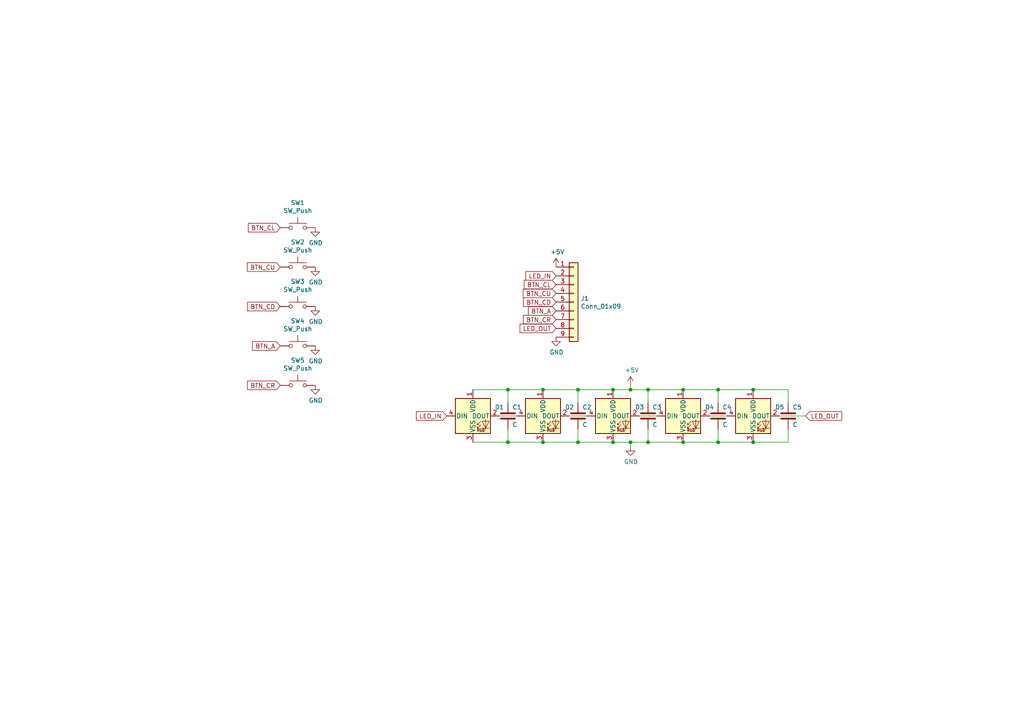
<source format=kicad_sch>
(kicad_sch (version 20230121) (generator eeschema)
  (paper "A4")
  (lib_symbols
    (symbol "Connector_Generic:Conn_01x09" (pin_names (offset 1.016) hide)
      (property "Reference" "J" (at 0 12.7 0))
      (property "Value" "Conn_01x09" (at 0 -12.7 0))
      (symbol "Conn_01x09_1_1"
        (rectangle (start -1.27 -10.033) (end 0 -10.287) (stroke (width 0.1524)))
        (rectangle (start -1.27 -7.493) (end 0 -7.747) (stroke (width 0.1524)))
        (rectangle (start -1.27 -4.953) (end 0 -5.207) (stroke (width 0.1524)))
        (rectangle (start -1.27 -2.413) (end 0 -2.667) (stroke (width 0.1524)))
        (rectangle (start -1.27 0.127) (end 0 -0.127) (stroke (width 0.1524)))
        (rectangle (start -1.27 2.667) (end 0 2.413) (stroke (width 0.1524)))
        (rectangle (start -1.27 5.207) (end 0 4.953) (stroke (width 0.1524)))
        (rectangle (start -1.27 7.747) (end 0 7.493) (stroke (width 0.1524)))
        (rectangle (start -1.27 10.287) (end 0 10.033) (stroke (width 0.1524)))
        (rectangle (start -1.27 11.43) (end 1.27 -11.43) (stroke (width 0.254)) (fill (type background)))
        (pin passive line (at -5.08 10.16 0) (length 3.81) (name "Pin_1") (number "1"))
        (pin passive line (at -5.08 7.62 0) (length 3.81) (name "Pin_2") (number "2"))
        (pin passive line (at -5.08 5.08 0) (length 3.81) (name "Pin_3") (number "3"))
        (pin passive line (at -5.08 2.54 0) (length 3.81) (name "Pin_4") (number "4"))
        (pin passive line (at -5.08 0 0) (length 3.81) (name "Pin_5") (number "5"))
        (pin passive line (at -5.08 -2.54 0) (length 3.81) (name "Pin_6") (number "6"))
        (pin passive line (at -5.08 -5.08 0) (length 3.81) (name "Pin_7") (number "7"))
        (pin passive line (at -5.08 -7.62 0) (length 3.81) (name "Pin_8") (number "8"))
        (pin passive line (at -5.08 -10.16 0) (length 3.81) (name "Pin_9") (number "9"))
      )
    )
    (symbol "Device:C" (pin_numbers hide) (pin_names (offset 0.254))
      (property "Reference" "C" (at 0.635 2.54 0))
      (property "Value" "C" (at 0.635 -2.54 0))
      (symbol "C_0_1"
        (polyline (pts (xy -2.032 -0.762) (xy 2.032 -0.762)) (stroke (width 0.508)))
        (polyline (pts (xy -2.032 0.762) (xy 2.032 0.762)) (stroke (width 0.508)))
      )
      (symbol "C_1_1"
        (pin passive line (at 0 3.81 270) (length 2.794) (name "~") (number "1"))
        (pin passive line (at 0 -3.81 90) (length 2.794) (name "~") (number "2"))
      )
    )
    (symbol "LED:WS2812B" (pin_names (offset 0.254))
      (property "Reference" "D" (at 5.08 5.715 0))
      (property "Value" "WS2812B" (at 1.27 -5.715 0))
      (symbol "WS2812B_0_0"
        (text "RGB" (at 2.286 -4.191 0) (effects (font (size 0.762 0.762))))
      )
      (symbol "WS2812B_0_1"
        (polyline (pts (xy 1.27 -3.556) (xy 1.778 -3.556)))
        (polyline (pts (xy 1.27 -2.54) (xy 1.778 -2.54)))
        (polyline (pts (xy 4.699 -3.556) (xy 2.667 -3.556)))
        (polyline (pts (xy 2.286 -2.54) (xy 1.27 -3.556) (xy 1.27 -3.048)))
        (polyline (pts (xy 2.286 -1.524) (xy 1.27 -2.54) (xy 1.27 -2.032)))
        (polyline (pts (xy 3.683 -1.016) (xy 3.683 -3.556) (xy 3.683 -4.064)))
        (polyline (pts (xy 4.699 -1.524) (xy 2.667 -1.524) (xy 3.683 -3.556) (xy 4.699 -1.524)))
        (rectangle (start 5.08 5.08) (end -5.08 -5.08) (stroke (width 0.254)) (fill (type background)))
      )
      (symbol "WS2812B_1_1"
        (pin power_in line (at 0 7.62 270) (length 2.54) (name "VDD") (number "1"))
        (pin output line (at 7.62 0 180) (length 2.54) (name "DOUT") (number "2"))
        (pin power_in line (at 0 -7.62 90) (length 2.54) (name "VSS") (number "3"))
        (pin input line (at -7.62 0 0) (length 2.54) (name "DIN") (number "4"))
      )
    )
    (symbol "Switch:SW_Push" (pin_numbers hide) (pin_names (offset 1.016) hide)
      (property "Reference" "SW" (at 1.27 2.54 0))
      (property "Value" "SW_Push" (at 0 -1.524 0))
      (symbol "SW_Push_0_1"
        (circle (center -2.032 0) (radius 0.508))
        (polyline (pts (xy 0 1.27) (xy 0 3.048)))
        (polyline (pts (xy 2.54 1.27) (xy -2.54 1.27)))
        (circle (center 2.032 0) (radius 0.508))
        (pin passive line (at -5.08 0 0) (length 2.54) (name "1") (number "1"))
        (pin passive line (at 5.08 0 180) (length 2.54) (name "2") (number "2"))
      )
    )
    (symbol "power:+5V" (power) (pin_names (offset 0))
      (property "Value" "+5V" (at 0 3.556 0))
      (symbol "+5V_0_1"
        (polyline (pts (xy -0.762 1.27) (xy 0 2.54)))
        (polyline (pts (xy 0 0) (xy 0 2.54)))
        (polyline (pts (xy 0 2.54) (xy 0.762 1.27)))
      )
      (symbol "+5V_1_1"
        (pin power_in line (at 0 0 90) (length 0) hide (name "+5V") (number "1"))
      )
    )
    (symbol "power:GND" (power) (pin_names (offset 0))
      (property "Value" "GND" (at 0 -3.81 0))
      (symbol "GND_0_1"
        (polyline (pts (xy 0 0) (xy 0 -1.27) (xy 1.27 -1.27) (xy 0 -2.54) (xy -1.27 -1.27) (xy 0 -1.27)))
      )
      (symbol "GND_1_1"
        (pin power_in line (at 0 0 270) (length 0) hide (name "GND") (number "1"))
      )
    )
  )
  (junction (at 147.32 128.27))
  (junction (at 167.64 128.27))
  (junction (at 198.12 113.03))
  (junction (at 147.32 113.03))
  (junction (at 218.44 113.03))
  (junction (at 177.8 113.03))
  (junction (at 208.28 113.03))
  (junction (at 182.88 113.03))
  (junction (at 218.44 128.27))
  (junction (at 157.48 113.03))
  (junction (at 157.48 128.27))
  (junction (at 198.12 128.27))
  (junction (at 182.88 128.27))
  (junction (at 208.28 128.27))
  (junction (at 167.64 113.03))
  (junction (at 187.96 128.27))
  (junction (at 177.8 128.27))
  (junction (at 187.96 113.03))
  (wire (pts (xy 144.78 120.65) (xy 149.86 120.65)))
  (wire (pts (xy 228.6 124.46) (xy 228.6 128.27)))
  (wire (pts (xy 182.88 113.03) (xy 187.96 113.03)))
  (wire (pts (xy 218.44 113.03) (xy 228.6 113.03)))
  (wire (pts (xy 182.88 129.54) (xy 182.88 128.27)))
  (wire (pts (xy 205.74 120.65) (xy 210.82 120.65)))
  (wire (pts (xy 147.32 124.46) (xy 147.32 128.27)))
  (wire (pts (xy 147.32 116.84) (xy 147.32 113.03)))
  (wire (pts (xy 147.32 128.27) (xy 157.48 128.27)))
  (wire (pts (xy 226.06 120.65) (xy 233.68 120.65)))
  (wire (pts (xy 157.48 128.27) (xy 167.64 128.27)))
  (wire (pts (xy 182.88 128.27) (xy 187.96 128.27)))
  (wire (pts (xy 208.28 124.46) (xy 208.28 128.27)))
  (wire (pts (xy 185.42 120.65) (xy 190.5 120.65)))
  (wire (pts (xy 182.88 111.76) (xy 182.88 113.03)))
  (wire (pts (xy 137.16 113.03) (xy 147.32 113.03)))
  (wire (pts (xy 198.12 113.03) (xy 208.28 113.03)))
  (wire (pts (xy 208.28 116.84) (xy 208.28 113.03)))
  (wire (pts (xy 187.96 124.46) (xy 187.96 128.27)))
  (wire (pts (xy 157.48 113.03) (xy 167.64 113.03)))
  (wire (pts (xy 218.44 128.27) (xy 228.6 128.27)))
  (wire (pts (xy 228.6 113.03) (xy 228.6 116.84)))
  (wire (pts (xy 208.28 128.27) (xy 218.44 128.27)))
  (wire (pts (xy 167.64 124.46) (xy 167.64 128.27)))
  (wire (pts (xy 177.8 113.03) (xy 182.88 113.03)))
  (wire (pts (xy 167.64 116.84) (xy 167.64 113.03)))
  (wire (pts (xy 187.96 116.84) (xy 187.96 113.03)))
  (wire (pts (xy 165.1 120.65) (xy 170.18 120.65)))
  (wire (pts (xy 137.16 128.27) (xy 147.32 128.27)))
  (wire (pts (xy 187.96 128.27) (xy 198.12 128.27)))
  (wire (pts (xy 167.64 113.03) (xy 177.8 113.03)))
  (wire (pts (xy 177.8 128.27) (xy 182.88 128.27)))
  (wire (pts (xy 198.12 128.27) (xy 208.28 128.27)))
  (wire (pts (xy 147.32 113.03) (xy 157.48 113.03)))
  (wire (pts (xy 187.96 113.03) (xy 198.12 113.03)))
  (wire (pts (xy 208.28 113.03) (xy 218.44 113.03)))
  (wire (pts (xy 167.64 128.27) (xy 177.8 128.27)))
  (global_label "LED_OUT" (shape input) (at 161.29 95.25 180) (property "Intersheetrefs" "${INTERSHEET_REFS}" (effects hide)))
  (global_label "BTN_CD" (shape input) (at 161.29 87.63 180) (property "Intersheetrefs" "${INTERSHEET_REFS}" (effects hide)))
  (global_label "LED_OUT" (shape input) (at 233.68 120.65 0) (property "Intersheetrefs" "${INTERSHEET_REFS}" (effects hide)))
  (global_label "LED_IN" (shape input) (at 161.29 80.01 180) (property "Intersheetrefs" "${INTERSHEET_REFS}" (effects hide)))
  (global_label "BTN_CD" (shape input) (at 81.28 88.9 180) (property "Intersheetrefs" "${INTERSHEET_REFS}" (effects hide)))
  (global_label "BTN_CL" (shape input) (at 81.28 66.04 180) (property "Intersheetrefs" "${INTERSHEET_REFS}" (effects hide)))
  (global_label "LED_IN" (shape input) (at 129.54 120.65 180) (property "Intersheetrefs" "${INTERSHEET_REFS}" (effects hide)))
  (global_label "BTN_A" (shape input) (at 161.29 90.17 180) (property "Intersheetrefs" "${INTERSHEET_REFS}" (effects hide)))
  (global_label "BTN_CU" (shape input) (at 161.29 85.09 180) (property "Intersheetrefs" "${INTERSHEET_REFS}" (effects hide)))
  (global_label "BTN_CL" (shape input) (at 161.29 82.55 180) (property "Intersheetrefs" "${INTERSHEET_REFS}" (effects hide)))
  (global_label "BTN_CU" (shape input) (at 81.28 77.47 180) (property "Intersheetrefs" "${INTERSHEET_REFS}" (effects hide)))
  (global_label "BTN_CR" (shape input) (at 161.29 92.71 180) (property "Intersheetrefs" "${INTERSHEET_REFS}" (effects hide)))
  (global_label "BTN_CR" (shape input) (at 81.28 111.76 180) (property "Intersheetrefs" "${INTERSHEET_REFS}" (effects hide)))
  (global_label "BTN_A" (shape input) (at 81.28 100.33 180) (property "Intersheetrefs" "${INTERSHEET_REFS}" (effects hide)))
  (symbol (lib_id "Connector_Generic:Conn_01x09") (at 166.37 87.63 0) (unit 1)
    (property "Reference" "J1" (at 168.402 86.5632 0) (effects (justify left)))
    (property "Value" "Conn_01x09" (at 168.402 88.8746 0) (effects (justify left)))
    (property "Footprint" "Connector_PinHeader_2.54mm:PinHeader_1x09_P2.54mm_Vertical" (effects hide))
  )
  (symbol (lib_id "power:+5V") (at 161.29 77.47 0) (unit 1)
    (property "Reference" "#PWR0101" (effects hide))
    (property "Value" "+5V" (at 161.671 73.0758 0))
  )
  (symbol (lib_id "power:GND") (at 161.29 97.79 0) (unit 1)
    (property "Reference" "#PWR0102" (effects hide))
    (property "Value" "GND" (at 161.417 102.1842 0))
  )
  (symbol (lib_id "Switch:SW_Push") (at 86.36 66.04 0) (unit 1)
    (property "Reference" "SW1" (at 86.36 58.801 0))
    (property "Value" "SW_Push" (at 86.36 61.1124 0))
    (property "Footprint" "mx+choc_socket:MX+Choc_socket" (effects hide))
  )
  (symbol (lib_id "power:GND") (at 91.44 66.04 0) (unit 1)
    (property "Reference" "#PWR0103" (effects hide))
    (property "Value" "GND" (at 91.567 70.4342 0))
  )
  (symbol (lib_id "Switch:SW_Push") (at 86.36 77.47 0) (unit 1)
    (property "Reference" "SW2" (at 86.36 70.231 0))
    (property "Value" "SW_Push" (at 86.36 72.5424 0))
    (property "Footprint" "mx+choc_socket:MX+Choc_socket" (effects hide))
  )
  (symbol (lib_id "power:GND") (at 91.44 77.47 0) (unit 1)
    (property "Reference" "#PWR0104" (effects hide))
    (property "Value" "GND" (at 91.567 81.8642 0))
  )
  (symbol (lib_id "Switch:SW_Push") (at 86.36 88.9 0) (unit 1)
    (property "Reference" "SW3" (at 86.36 81.661 0))
    (property "Value" "SW_Push" (at 86.36 83.9724 0))
    (property "Footprint" "mx+choc_socket:MX+Choc_socket" (effects hide))
  )
  (symbol (lib_id "power:GND") (at 91.44 88.9 0) (unit 1)
    (property "Reference" "#PWR0105" (effects hide))
    (property "Value" "GND" (at 91.567 93.2942 0))
  )
  (symbol (lib_id "Switch:SW_Push") (at 86.36 100.33 0) (unit 1)
    (property "Reference" "SW4" (at 86.36 93.091 0))
    (property "Value" "SW_Push" (at 86.36 95.4024 0))
    (property "Footprint" "mx+choc_socket:MX+Choc_socket" (effects hide))
  )
  (symbol (lib_id "power:GND") (at 91.44 100.33 0) (unit 1)
    (property "Reference" "#PWR0106" (effects hide))
    (property "Value" "GND" (at 91.567 104.7242 0))
  )
  (symbol (lib_id "Switch:SW_Push") (at 86.36 111.76 0) (unit 1)
    (property "Reference" "SW5" (at 86.36 104.521 0))
    (property "Value" "SW_Push" (at 86.36 106.8324 0))
    (property "Footprint" "mx+choc_socket:MX+Choc_socket" (effects hide))
  )
  (symbol (lib_id "power:GND") (at 91.44 111.76 0) (unit 1)
    (property "Reference" "#PWR0107" (effects hide))
    (property "Value" "GND" (at 91.567 116.1542 0))
  )
  (symbol (lib_id "LED:WS2812B") (at 137.16 120.65 0) (unit 1)
    (property "Reference" "D1" (at 143.51 118.11 0) (effects (justify left)))
    (property "Value" "WS2812B" (effects hide))
    (property "Footprint" "LED_SMD:LED_WS2812B_PLCC4_5.0x5.0mm_P3.2mm" (effects hide))
    (property "Datasheet" "https://cdn-shop.adafruit.com/datasheets/WS2812B.pdf" (effects hide))
  )
  (symbol (lib_id "Device:C") (at 147.32 120.65 0) (unit 1)
    (property "Reference" "C1" (at 148.59 118.11 0) (effects (justify left)))
    (property "Value" "C" (at 148.59 123.19 0) (effects (justify left)))
    (property "Footprint" "Capacitor_SMD:C_0805_2012Metric" (effects hide))
  )
  (symbol (lib_id "LED:WS2812B") (at 157.48 120.65 0) (unit 1)
    (property "Reference" "D2" (at 163.83 118.11 0) (effects (justify left)))
    (property "Value" "WS2812B" (effects hide))
    (property "Footprint" "LED_SMD:LED_WS2812B_PLCC4_5.0x5.0mm_P3.2mm" (effects hide))
    (property "Datasheet" "https://cdn-shop.adafruit.com/datasheets/WS2812B.pdf" (effects hide))
  )
  (symbol (lib_id "Device:C") (at 167.64 120.65 0) (unit 1)
    (property "Reference" "C2" (at 168.91 118.11 0) (effects (justify left)))
    (property "Value" "C" (at 168.91 123.19 0) (effects (justify left)))
    (property "Footprint" "Capacitor_SMD:C_0805_2012Metric" (effects hide))
  )
  (symbol (lib_id "LED:WS2812B") (at 177.8 120.65 0) (unit 1)
    (property "Reference" "D3" (at 184.15 118.11 0) (effects (justify left)))
    (property "Value" "WS2812B" (effects hide))
    (property "Footprint" "LED_SMD:LED_WS2812B_PLCC4_5.0x5.0mm_P3.2mm" (effects hide))
    (property "Datasheet" "https://cdn-shop.adafruit.com/datasheets/WS2812B.pdf" (effects hide))
  )
  (symbol (lib_id "Device:C") (at 187.96 120.65 0) (unit 1)
    (property "Reference" "C3" (at 189.23 118.11 0) (effects (justify left)))
    (property "Value" "C" (at 189.23 123.19 0) (effects (justify left)))
    (property "Footprint" "Capacitor_SMD:C_0805_2012Metric" (effects hide))
  )
  (symbol (lib_id "LED:WS2812B") (at 198.12 120.65 0) (unit 1)
    (property "Reference" "D4" (at 204.47 118.11 0) (effects (justify left)))
    (property "Value" "WS2812B" (effects hide))
    (property "Footprint" "LED_SMD:LED_WS2812B_PLCC4_5.0x5.0mm_P3.2mm" (effects hide))
    (property "Datasheet" "https://cdn-shop.adafruit.com/datasheets/WS2812B.pdf" (effects hide))
  )
  (symbol (lib_id "Device:C") (at 208.28 120.65 0) (unit 1)
    (property "Reference" "C4" (at 209.55 118.11 0) (effects (justify left)))
    (property "Value" "C" (at 209.55 123.19 0) (effects (justify left)))
    (property "Footprint" "Capacitor_SMD:C_0805_2012Metric" (effects hide))
  )
  (symbol (lib_id "LED:WS2812B") (at 218.44 120.65 0) (unit 1)
    (property "Reference" "D5" (at 224.79 118.11 0) (effects (justify left)))
    (property "Value" "WS2812B" (effects hide))
    (property "Footprint" "LED_SMD:LED_WS2812B_PLCC4_5.0x5.0mm_P3.2mm" (effects hide))
    (property "Datasheet" "https://cdn-shop.adafruit.com/datasheets/WS2812B.pdf" (effects hide))
  )
  (symbol (lib_id "Device:C") (at 228.6 120.65 0) (unit 1)
    (property "Reference" "C5" (at 229.87 118.11 0) (effects (justify left)))
    (property "Value" "C" (at 229.87 123.19 0) (effects (justify left)))
    (property "Footprint" "Capacitor_SMD:C_0805_2012Metric" (effects hide))
  )
  (symbol (lib_id "power:+5V") (at 182.88 111.76 0) (unit 1)
    (property "Reference" "#PWR0108" (effects hide))
    (property "Value" "+5V" (at 183.261 107.3658 0))
  )
  (symbol (lib_id "power:GND") (at 182.88 129.54 0) (unit 1)
    (property "Reference" "#PWR0109" (effects hide))
    (property "Value" "GND" (at 183.007 133.9342 0))
  )
)
</source>
